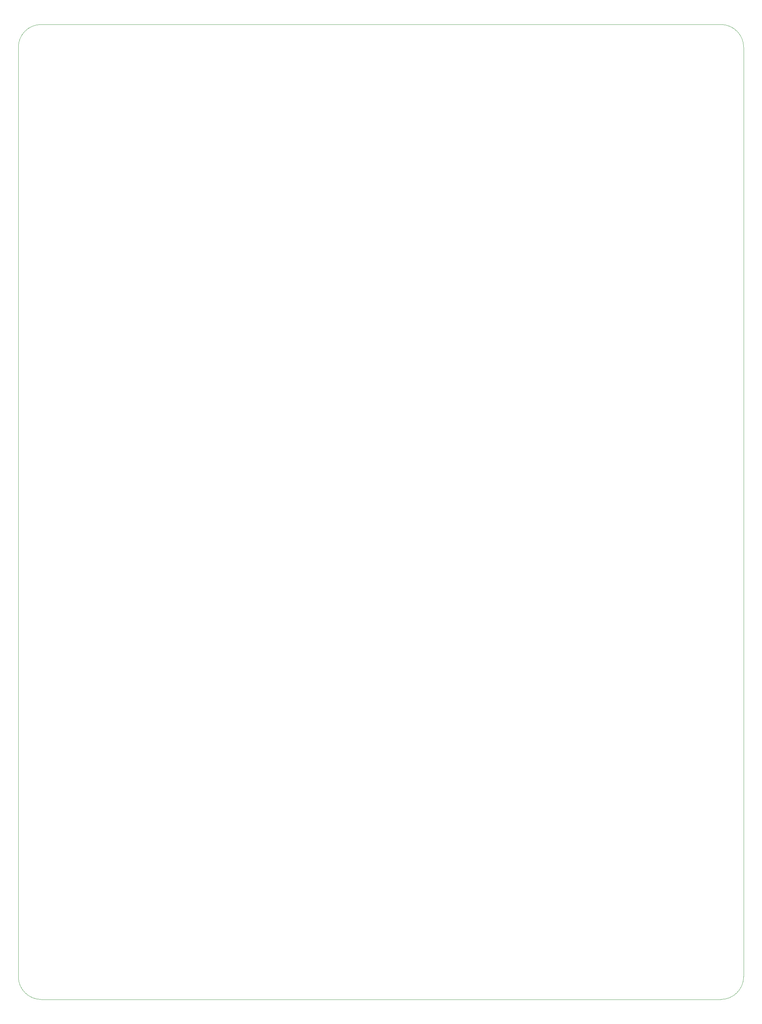
<source format=gbr>
%TF.GenerationSoftware,KiCad,Pcbnew,(6.0.1)*%
%TF.CreationDate,2022-05-02T23:55:26+02:00*%
%TF.ProjectId,CMU,434d552e-6b69-4636-9164-5f7063625858,rev?*%
%TF.SameCoordinates,Original*%
%TF.FileFunction,Profile,NP*%
%FSLAX46Y46*%
G04 Gerber Fmt 4.6, Leading zero omitted, Abs format (unit mm)*
G04 Created by KiCad (PCBNEW (6.0.1)) date 2022-05-02 23:55:26*
%MOMM*%
%LPD*%
G01*
G04 APERTURE LIST*
%TA.AperFunction,Profile*%
%ADD10C,0.100000*%
%TD*%
G04 APERTURE END LIST*
D10*
X56500001Y-264500000D02*
G75*
G03*
X62500000Y-270500000I5999999J-1D01*
G01*
X62500000Y-14000001D02*
G75*
G03*
X56500000Y-20000000I-1J-5999999D01*
G01*
X247499999Y-20000000D02*
G75*
G03*
X241500000Y-14000000I-5999999J1D01*
G01*
X62500000Y-14000000D02*
X241500000Y-14000000D01*
X247500000Y-20000000D02*
X247500000Y-264500000D01*
X241500000Y-270499999D02*
G75*
G03*
X247500000Y-264500000I1J5999999D01*
G01*
X241500000Y-270500000D02*
X62500000Y-270500000D01*
X56500000Y-264500000D02*
X56500000Y-20000000D01*
M02*

</source>
